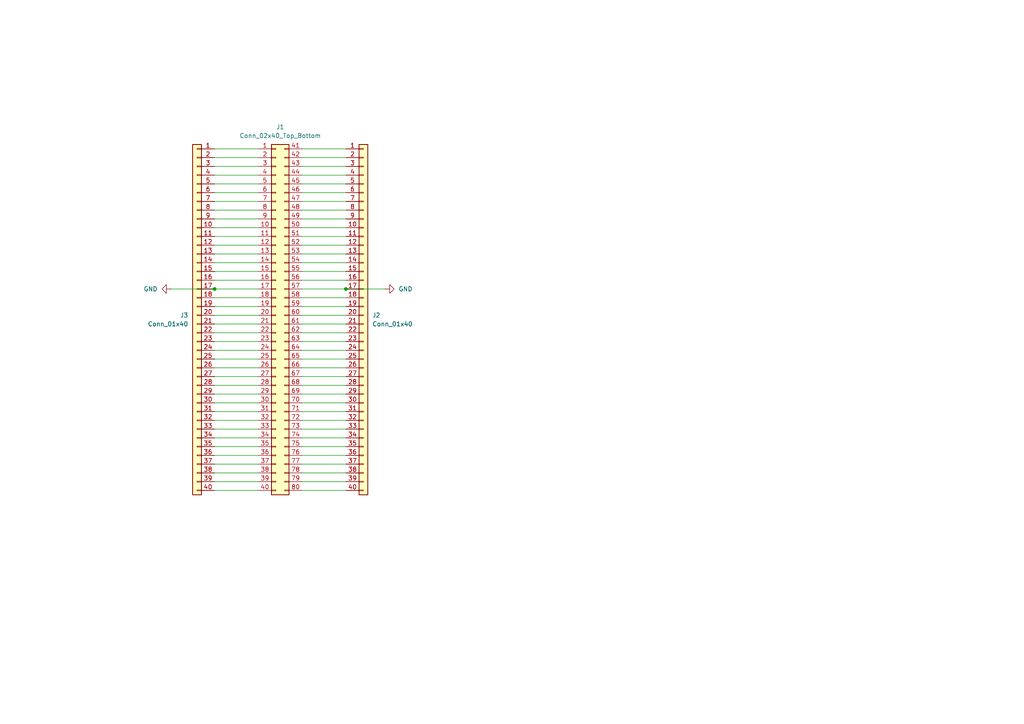
<source format=kicad_sch>
(kicad_sch (version 20250114) (generator "eeschema") (generator_version "9.0")
  (paper "A4")
  (lib_symbols
    (symbol "Connector_Generic:Conn_01x40" (pin_names (offset 1.016) (hide yes))
      (property "Reference" "J" (at 0 50.8 0))
      (property "Value" "Conn_01x40" (at 0 -53.34 0))
      (symbol "Conn_01x40_1_1"
        (rectangle (start -1.27 49.53) (end 1.27 -52.07) (stroke (width 0.254)) (fill (type background)))
        (rectangle (start -1.27 48.387) (end 0 48.133) (stroke (width 0.1524)))
        (rectangle (start -1.27 45.847) (end 0 45.593) (stroke (width 0.1524)))
        (rectangle (start -1.27 43.307) (end 0 43.053) (stroke (width 0.1524)))
        (rectangle (start -1.27 40.767) (end 0 40.513) (stroke (width 0.1524)))
        (rectangle (start -1.27 38.227) (end 0 37.973) (stroke (width 0.1524)))
        (rectangle (start -1.27 35.687) (end 0 35.433) (stroke (width 0.1524)))
        (rectangle (start -1.27 33.147) (end 0 32.893) (stroke (width 0.1524)))
        (rectangle (start -1.27 30.607) (end 0 30.353) (stroke (width 0.1524)))
        (rectangle (start -1.27 28.067) (end 0 27.813) (stroke (width 0.1524)))
        (rectangle (start -1.27 25.527) (end 0 25.273) (stroke (width 0.1524)))
        (rectangle (start -1.27 22.987) (end 0 22.733) (stroke (width 0.1524)))
        (rectangle (start -1.27 20.447) (end 0 20.193) (stroke (width 0.1524)))
        (rectangle (start -1.27 17.907) (end 0 17.653) (stroke (width 0.1524)))
        (rectangle (start -1.27 15.367) (end 0 15.113) (stroke (width 0.1524)))
        (rectangle (start -1.27 12.827) (end 0 12.573) (stroke (width 0.1524)))
        (rectangle (start -1.27 10.287) (end 0 10.033) (stroke (width 0.1524)))
        (rectangle (start -1.27 7.747) (end 0 7.493) (stroke (width 0.1524)))
        (rectangle (start -1.27 5.207) (end 0 4.953) (stroke (width 0.1524)))
        (rectangle (start -1.27 2.667) (end 0 2.413) (stroke (width 0.1524)))
        (rectangle (start -1.27 0.127) (end 0 -0.127) (stroke (width 0.1524)))
        (rectangle (start -1.27 -2.413) (end 0 -2.667) (stroke (width 0.1524)))
        (rectangle (start -1.27 -4.953) (end 0 -5.207) (stroke (width 0.1524)))
        (rectangle (start -1.27 -7.493) (end 0 -7.747) (stroke (width 0.1524)))
        (rectangle (start -1.27 -10.033) (end 0 -10.287) (stroke (width 0.1524)))
        (rectangle (start -1.27 -12.573) (end 0 -12.827) (stroke (width 0.1524)))
        (rectangle (start -1.27 -15.113) (end 0 -15.367) (stroke (width 0.1524)))
        (rectangle (start -1.27 -17.653) (end 0 -17.907) (stroke (width 0.1524)))
        (rectangle (start -1.27 -20.193) (end 0 -20.447) (stroke (width 0.1524)))
        (rectangle (start -1.27 -22.733) (end 0 -22.987) (stroke (width 0.1524)))
        (rectangle (start -1.27 -25.273) (end 0 -25.527) (stroke (width 0.1524)))
        (rectangle (start -1.27 -27.813) (end 0 -28.067) (stroke (width 0.1524)))
        (rectangle (start -1.27 -30.353) (end 0 -30.607) (stroke (width 0.1524)))
        (rectangle (start -1.27 -32.893) (end 0 -33.147) (stroke (width 0.1524)))
        (rectangle (start -1.27 -35.433) (end 0 -35.687) (stroke (width 0.1524)))
        (rectangle (start -1.27 -37.973) (end 0 -38.227) (stroke (width 0.1524)))
        (rectangle (start -1.27 -40.513) (end 0 -40.767) (stroke (width 0.1524)))
        (rectangle (start -1.27 -43.053) (end 0 -43.307) (stroke (width 0.1524)))
        (rectangle (start -1.27 -45.593) (end 0 -45.847) (stroke (width 0.1524)))
        (rectangle (start -1.27 -48.133) (end 0 -48.387) (stroke (width 0.1524)))
        (rectangle (start -1.27 -50.673) (end 0 -50.927) (stroke (width 0.1524)))
        (pin passive line (at -5.08 48.26 0) (length 3.81) (name "Pin_1") (number "1"))
        (pin passive line (at -5.08 45.72 0) (length 3.81) (name "Pin_2") (number "2"))
        (pin passive line (at -5.08 43.18 0) (length 3.81) (name "Pin_3") (number "3"))
        (pin passive line (at -5.08 40.64 0) (length 3.81) (name "Pin_4") (number "4"))
        (pin passive line (at -5.08 38.1 0) (length 3.81) (name "Pin_5") (number "5"))
        (pin passive line (at -5.08 35.56 0) (length 3.81) (name "Pin_6") (number "6"))
        (pin passive line (at -5.08 33.02 0) (length 3.81) (name "Pin_7") (number "7"))
        (pin passive line (at -5.08 30.48 0) (length 3.81) (name "Pin_8") (number "8"))
        (pin passive line (at -5.08 27.94 0) (length 3.81) (name "Pin_9") (number "9"))
        (pin passive line (at -5.08 25.4 0) (length 3.81) (name "Pin_10") (number "10"))
        (pin passive line (at -5.08 22.86 0) (length 3.81) (name "Pin_11") (number "11"))
        (pin passive line (at -5.08 20.32 0) (length 3.81) (name "Pin_12") (number "12"))
        (pin passive line (at -5.08 17.78 0) (length 3.81) (name "Pin_13") (number "13"))
        (pin passive line (at -5.08 15.24 0) (length 3.81) (name "Pin_14") (number "14"))
        (pin passive line (at -5.08 12.7 0) (length 3.81) (name "Pin_15") (number "15"))
        (pin passive line (at -5.08 10.16 0) (length 3.81) (name "Pin_16") (number "16"))
        (pin passive line (at -5.08 7.62 0) (length 3.81) (name "Pin_17") (number "17"))
        (pin passive line (at -5.08 5.08 0) (length 3.81) (name "Pin_18") (number "18"))
        (pin passive line (at -5.08 2.54 0) (length 3.81) (name "Pin_19") (number "19"))
        (pin passive line (at -5.08 0 0) (length 3.81) (name "Pin_20") (number "20"))
        (pin passive line (at -5.08 -2.54 0) (length 3.81) (name "Pin_21") (number "21"))
        (pin passive line (at -5.08 -5.08 0) (length 3.81) (name "Pin_22") (number "22"))
        (pin passive line (at -5.08 -7.62 0) (length 3.81) (name "Pin_23") (number "23"))
        (pin passive line (at -5.08 -10.16 0) (length 3.81) (name "Pin_24") (number "24"))
        (pin passive line (at -5.08 -12.7 0) (length 3.81) (name "Pin_25") (number "25"))
        (pin passive line (at -5.08 -15.24 0) (length 3.81) (name "Pin_26") (number "26"))
        (pin passive line (at -5.08 -17.78 0) (length 3.81) (name "Pin_27") (number "27"))
        (pin passive line (at -5.08 -20.32 0) (length 3.81) (name "Pin_28") (number "28"))
        (pin passive line (at -5.08 -22.86 0) (length 3.81) (name "Pin_29") (number "29"))
        (pin passive line (at -5.08 -25.4 0) (length 3.81) (name "Pin_30") (number "30"))
        (pin passive line (at -5.08 -27.94 0) (length 3.81) (name "Pin_31") (number "31"))
        (pin passive line (at -5.08 -30.48 0) (length 3.81) (name "Pin_32") (number "32"))
        (pin passive line (at -5.08 -33.02 0) (length 3.81) (name "Pin_33") (number "33"))
        (pin passive line (at -5.08 -35.56 0) (length 3.81) (name "Pin_34") (number "34"))
        (pin passive line (at -5.08 -38.1 0) (length 3.81) (name "Pin_35") (number "35"))
        (pin passive line (at -5.08 -40.64 0) (length 3.81) (name "Pin_36") (number "36"))
        (pin passive line (at -5.08 -43.18 0) (length 3.81) (name "Pin_37") (number "37"))
        (pin passive line (at -5.08 -45.72 0) (length 3.81) (name "Pin_38") (number "38"))
        (pin passive line (at -5.08 -48.26 0) (length 3.81) (name "Pin_39") (number "39"))
        (pin passive line (at -5.08 -50.8 0) (length 3.81) (name "Pin_40") (number "40"))
      )
    )
    (symbol "Connector_Generic:Conn_02x40_Top_Bottom" (pin_names (offset 1.016) (hide yes))
      (property "Reference" "J" (at 1.27 50.8 0))
      (property "Value" "Conn_02x40_Top_Bottom" (at 1.27 -53.34 0))
      (symbol "Conn_02x40_Top_Bottom_1_1"
        (rectangle (start -1.27 49.53) (end 3.81 -52.07) (stroke (width 0.254)) (fill (type background)))
        (rectangle (start -1.27 48.387) (end 0 48.133) (stroke (width 0.1524)))
        (rectangle (start -1.27 45.847) (end 0 45.593) (stroke (width 0.1524)))
        (rectangle (start -1.27 43.307) (end 0 43.053) (stroke (width 0.1524)))
        (rectangle (start -1.27 40.767) (end 0 40.513) (stroke (width 0.1524)))
        (rectangle (start -1.27 38.227) (end 0 37.973) (stroke (width 0.1524)))
        (rectangle (start -1.27 35.687) (end 0 35.433) (stroke (width 0.1524)))
        (rectangle (start -1.27 33.147) (end 0 32.893) (stroke (width 0.1524)))
        (rectangle (start -1.27 30.607) (end 0 30.353) (stroke (width 0.1524)))
        (rectangle (start -1.27 28.067) (end 0 27.813) (stroke (width 0.1524)))
        (rectangle (start -1.27 25.527) (end 0 25.273) (stroke (width 0.1524)))
        (rectangle (start -1.27 22.987) (end 0 22.733) (stroke (width 0.1524)))
        (rectangle (start -1.27 20.447) (end 0 20.193) (stroke (width 0.1524)))
        (rectangle (start -1.27 17.907) (end 0 17.653) (stroke (width 0.1524)))
        (rectangle (start -1.27 15.367) (end 0 15.113) (stroke (width 0.1524)))
        (rectangle (start -1.27 12.827) (end 0 12.573) (stroke (width 0.1524)))
        (rectangle (start -1.27 10.287) (end 0 10.033) (stroke (width 0.1524)))
        (rectangle (start -1.27 7.747) (end 0 7.493) (stroke (width 0.1524)))
        (rectangle (start -1.27 5.207) (end 0 4.953) (stroke (width 0.1524)))
        (rectangle (start -1.27 2.667) (end 0 2.413) (stroke (width 0.1524)))
        (rectangle (start -1.27 0.127) (end 0 -0.127) (stroke (width 0.1524)))
        (rectangle (start -1.27 -2.413) (end 0 -2.667) (stroke (width 0.1524)))
        (rectangle (start -1.27 -4.953) (end 0 -5.207) (stroke (width 0.1524)))
        (rectangle (start -1.27 -7.493) (end 0 -7.747) (stroke (width 0.1524)))
        (rectangle (start -1.27 -10.033) (end 0 -10.287) (stroke (width 0.1524)))
        (rectangle (start -1.27 -12.573) (end 0 -12.827) (stroke (width 0.1524)))
        (rectangle (start -1.27 -15.113) (end 0 -15.367) (stroke (width 0.1524)))
        (rectangle (start -1.27 -17.653) (end 0 -17.907) (stroke (width 0.1524)))
        (rectangle (start -1.27 -20.193) (end 0 -20.447) (stroke (width 0.1524)))
        (rectangle (start -1.27 -22.733) (end 0 -22.987) (stroke (width 0.1524)))
        (rectangle (start -1.27 -25.273) (end 0 -25.527) (stroke (width 0.1524)))
        (rectangle (start -1.27 -27.813) (end 0 -28.067) (stroke (width 0.1524)))
        (rectangle (start -1.27 -30.353) (end 0 -30.607) (stroke (width 0.1524)))
        (rectangle (start -1.27 -32.893) (end 0 -33.147) (stroke (width 0.1524)))
        (rectangle (start -1.27 -35.433) (end 0 -35.687) (stroke (width 0.1524)))
        (rectangle (start -1.27 -37.973) (end 0 -38.227) (stroke (width 0.1524)))
        (rectangle (start -1.27 -40.513) (end 0 -40.767) (stroke (width 0.1524)))
        (rectangle (start -1.27 -43.053) (end 0 -43.307) (stroke (width 0.1524)))
        (rectangle (start -1.27 -45.593) (end 0 -45.847) (stroke (width 0.1524)))
        (rectangle (start -1.27 -48.133) (end 0 -48.387) (stroke (width 0.1524)))
        (rectangle (start -1.27 -50.673) (end 0 -50.927) (stroke (width 0.1524)))
        (rectangle (start 3.81 48.387) (end 2.54 48.133) (stroke (width 0.1524)))
        (rectangle (start 3.81 45.847) (end 2.54 45.593) (stroke (width 0.1524)))
        (rectangle (start 3.81 43.307) (end 2.54 43.053) (stroke (width 0.1524)))
        (rectangle (start 3.81 40.767) (end 2.54 40.513) (stroke (width 0.1524)))
        (rectangle (start 3.81 38.227) (end 2.54 37.973) (stroke (width 0.1524)))
        (rectangle (start 3.81 35.687) (end 2.54 35.433) (stroke (width 0.1524)))
        (rectangle (start 3.81 33.147) (end 2.54 32.893) (stroke (width 0.1524)))
        (rectangle (start 3.81 30.607) (end 2.54 30.353) (stroke (width 0.1524)))
        (rectangle (start 3.81 28.067) (end 2.54 27.813) (stroke (width 0.1524)))
        (rectangle (start 3.81 25.527) (end 2.54 25.273) (stroke (width 0.1524)))
        (rectangle (start 3.81 22.987) (end 2.54 22.733) (stroke (width 0.1524)))
        (rectangle (start 3.81 20.447) (end 2.54 20.193) (stroke (width 0.1524)))
        (rectangle (start 3.81 17.907) (end 2.54 17.653) (stroke (width 0.1524)))
        (rectangle (start 3.81 15.367) (end 2.54 15.113) (stroke (width 0.1524)))
        (rectangle (start 3.81 12.827) (end 2.54 12.573) (stroke (width 0.1524)))
        (rectangle (start 3.81 10.287) (end 2.54 10.033) (stroke (width 0.1524)))
        (rectangle (start 3.81 7.747) (end 2.54 7.493) (stroke (width 0.1524)))
        (rectangle (start 3.81 5.207) (end 2.54 4.953) (stroke (width 0.1524)))
        (rectangle (start 3.81 2.667) (end 2.54 2.413) (stroke (width 0.1524)))
        (rectangle (start 3.81 0.127) (end 2.54 -0.127) (stroke (width 0.1524)))
        (rectangle (start 3.81 -2.413) (end 2.54 -2.667) (stroke (width 0.1524)))
        (rectangle (start 3.81 -4.953) (end 2.54 -5.207) (stroke (width 0.1524)))
        (rectangle (start 3.81 -7.493) (end 2.54 -7.747) (stroke (width 0.1524)))
        (rectangle (start 3.81 -10.033) (end 2.54 -10.287) (stroke (width 0.1524)))
        (rectangle (start 3.81 -12.573) (end 2.54 -12.827) (stroke (width 0.1524)))
        (rectangle (start 3.81 -15.113) (end 2.54 -15.367) (stroke (width 0.1524)))
        (rectangle (start 3.81 -17.653) (end 2.54 -17.907) (stroke (width 0.1524)))
        (rectangle (start 3.81 -20.193) (end 2.54 -20.447) (stroke (width 0.1524)))
        (rectangle (start 3.81 -22.733) (end 2.54 -22.987) (stroke (width 0.1524)))
        (rectangle (start 3.81 -25.273) (end 2.54 -25.527) (stroke (width 0.1524)))
        (rectangle (start 3.81 -27.813) (end 2.54 -28.067) (stroke (width 0.1524)))
        (rectangle (start 3.81 -30.353) (end 2.54 -30.607) (stroke (width 0.1524)))
        (rectangle (start 3.81 -32.893) (end 2.54 -33.147) (stroke (width 0.1524)))
        (rectangle (start 3.81 -35.433) (end 2.54 -35.687) (stroke (width 0.1524)))
        (rectangle (start 3.81 -37.973) (end 2.54 -38.227) (stroke (width 0.1524)))
        (rectangle (start 3.81 -40.513) (end 2.54 -40.767) (stroke (width 0.1524)))
        (rectangle (start 3.81 -43.053) (end 2.54 -43.307) (stroke (width 0.1524)))
        (rectangle (start 3.81 -45.593) (end 2.54 -45.847) (stroke (width 0.1524)))
        (rectangle (start 3.81 -48.133) (end 2.54 -48.387) (stroke (width 0.1524)))
        (rectangle (start 3.81 -50.673) (end 2.54 -50.927) (stroke (width 0.1524)))
        (pin passive line (at -5.08 48.26 0) (length 3.81) (name "Pin_1") (number "1"))
        (pin passive line (at -5.08 45.72 0) (length 3.81) (name "Pin_2") (number "2"))
        (pin passive line (at -5.08 43.18 0) (length 3.81) (name "Pin_3") (number "3"))
        (pin passive line (at -5.08 40.64 0) (length 3.81) (name "Pin_4") (number "4"))
        (pin passive line (at -5.08 38.1 0) (length 3.81) (name "Pin_5") (number "5"))
        (pin passive line (at -5.08 35.56 0) (length 3.81) (name "Pin_6") (number "6"))
        (pin passive line (at -5.08 33.02 0) (length 3.81) (name "Pin_7") (number "7"))
        (pin passive line (at -5.08 30.48 0) (length 3.81) (name "Pin_8") (number "8"))
        (pin passive line (at -5.08 27.94 0) (length 3.81) (name "Pin_9") (number "9"))
        (pin passive line (at -5.08 25.4 0) (length 3.81) (name "Pin_10") (number "10"))
        (pin passive line (at -5.08 22.86 0) (length 3.81) (name "Pin_11") (number "11"))
        (pin passive line (at -5.08 20.32 0) (length 3.81) (name "Pin_12") (number "12"))
        (pin passive line (at -5.08 17.78 0) (length 3.81) (name "Pin_13") (number "13"))
        (pin passive line (at -5.08 15.24 0) (length 3.81) (name "Pin_14") (number "14"))
        (pin passive line (at -5.08 12.7 0) (length 3.81) (name "Pin_15") (number "15"))
        (pin passive line (at -5.08 10.16 0) (length 3.81) (name "Pin_16") (number "16"))
        (pin passive line (at -5.08 7.62 0) (length 3.81) (name "Pin_17") (number "17"))
        (pin passive line (at -5.08 5.08 0) (length 3.81) (name "Pin_18") (number "18"))
        (pin passive line (at -5.08 2.54 0) (length 3.81) (name "Pin_19") (number "19"))
        (pin passive line (at -5.08 0 0) (length 3.81) (name "Pin_20") (number "20"))
        (pin passive line (at -5.08 -2.54 0) (length 3.81) (name "Pin_21") (number "21"))
        (pin passive line (at -5.08 -5.08 0) (length 3.81) (name "Pin_22") (number "22"))
        (pin passive line (at -5.08 -7.62 0) (length 3.81) (name "Pin_23") (number "23"))
        (pin passive line (at -5.08 -10.16 0) (length 3.81) (name "Pin_24") (number "24"))
        (pin passive line (at -5.08 -12.7 0) (length 3.81) (name "Pin_25") (number "25"))
        (pin passive line (at -5.08 -15.24 0) (length 3.81) (name "Pin_26") (number "26"))
        (pin passive line (at -5.08 -17.78 0) (length 3.81) (name "Pin_27") (number "27"))
        (pin passive line (at -5.08 -20.32 0) (length 3.81) (name "Pin_28") (number "28"))
        (pin passive line (at -5.08 -22.86 0) (length 3.81) (name "Pin_29") (number "29"))
        (pin passive line (at -5.08 -25.4 0) (length 3.81) (name "Pin_30") (number "30"))
        (pin passive line (at -5.08 -27.94 0) (length 3.81) (name "Pin_31") (number "31"))
        (pin passive line (at -5.08 -30.48 0) (length 3.81) (name "Pin_32") (number "32"))
        (pin passive line (at -5.08 -33.02 0) (length 3.81) (name "Pin_33") (number "33"))
        (pin passive line (at -5.08 -35.56 0) (length 3.81) (name "Pin_34") (number "34"))
        (pin passive line (at -5.08 -38.1 0) (length 3.81) (name "Pin_35") (number "35"))
        (pin passive line (at -5.08 -40.64 0) (length 3.81) (name "Pin_36") (number "36"))
        (pin passive line (at -5.08 -43.18 0) (length 3.81) (name "Pin_37") (number "37"))
        (pin passive line (at -5.08 -45.72 0) (length 3.81) (name "Pin_38") (number "38"))
        (pin passive line (at -5.08 -48.26 0) (length 3.81) (name "Pin_39") (number "39"))
        (pin passive line (at -5.08 -50.8 0) (length 3.81) (name "Pin_40") (number "40"))
        (pin passive line (at 7.62 48.26 180) (length 3.81) (name "Pin_41") (number "41"))
        (pin passive line (at 7.62 45.72 180) (length 3.81) (name "Pin_42") (number "42"))
        (pin passive line (at 7.62 43.18 180) (length 3.81) (name "Pin_43") (number "43"))
        (pin passive line (at 7.62 40.64 180) (length 3.81) (name "Pin_44") (number "44"))
        (pin passive line (at 7.62 38.1 180) (length 3.81) (name "Pin_45") (number "45"))
        (pin passive line (at 7.62 35.56 180) (length 3.81) (name "Pin_46") (number "46"))
        (pin passive line (at 7.62 33.02 180) (length 3.81) (name "Pin_47") (number "47"))
        (pin passive line (at 7.62 30.48 180) (length 3.81) (name "Pin_48") (number "48"))
        (pin passive line (at 7.62 27.94 180) (length 3.81) (name "Pin_49") (number "49"))
        (pin passive line (at 7.62 25.4 180) (length 3.81) (name "Pin_50") (number "50"))
        (pin passive line (at 7.62 22.86 180) (length 3.81) (name "Pin_51") (number "51"))
        (pin passive line (at 7.62 20.32 180) (length 3.81) (name "Pin_52") (number "52"))
        (pin passive line (at 7.62 17.78 180) (length 3.81) (name "Pin_53") (number "53"))
        (pin passive line (at 7.62 15.24 180) (length 3.81) (name "Pin_54") (number "54"))
        (pin passive line (at 7.62 12.7 180) (length 3.81) (name "Pin_55") (number "55"))
        (pin passive line (at 7.62 10.16 180) (length 3.81) (name "Pin_56") (number "56"))
        (pin passive line (at 7.62 7.62 180) (length 3.81) (name "Pin_57") (number "57"))
        (pin passive line (at 7.62 5.08 180) (length 3.81) (name "Pin_58") (number "58"))
        (pin passive line (at 7.62 2.54 180) (length 3.81) (name "Pin_59") (number "59"))
        (pin passive line (at 7.62 0 180) (length 3.81) (name "Pin_60") (number "60"))
        (pin passive line (at 7.62 -2.54 180) (length 3.81) (name "Pin_61") (number "61"))
        (pin passive line (at 7.62 -5.08 180) (length 3.81) (name "Pin_62") (number "62"))
        (pin passive line (at 7.62 -7.62 180) (length 3.81) (name "Pin_63") (number "63"))
        (pin passive line (at 7.62 -10.16 180) (length 3.81) (name "Pin_64") (number "64"))
        (pin passive line (at 7.62 -12.7 180) (length 3.81) (name "Pin_65") (number "65"))
        (pin passive line (at 7.62 -15.24 180) (length 3.81) (name "Pin_66") (number "66"))
        (pin passive line (at 7.62 -17.78 180) (length 3.81) (name "Pin_67") (number "67"))
        (pin passive line (at 7.62 -20.32 180) (length 3.81) (name "Pin_68") (number "68"))
        (pin passive line (at 7.62 -22.86 180) (length 3.81) (name "Pin_69") (number "69"))
        (pin passive line (at 7.62 -25.4 180) (length 3.81) (name "Pin_70") (number "70"))
        (pin passive line (at 7.62 -27.94 180) (length 3.81) (name "Pin_71") (number "71"))
        (pin passive line (at 7.62 -30.48 180) (length 3.81) (name "Pin_72") (number "72"))
        (pin passive line (at 7.62 -33.02 180) (length 3.81) (name "Pin_73") (number "73"))
        (pin passive line (at 7.62 -35.56 180) (length 3.81) (name "Pin_74") (number "74"))
        (pin passive line (at 7.62 -38.1 180) (length 3.81) (name "Pin_75") (number "75"))
        (pin passive line (at 7.62 -40.64 180) (length 3.81) (name "Pin_76") (number "76"))
        (pin passive line (at 7.62 -43.18 180) (length 3.81) (name "Pin_77") (number "77"))
        (pin passive line (at 7.62 -45.72 180) (length 3.81) (name "Pin_78") (number "78"))
        (pin passive line (at 7.62 -48.26 180) (length 3.81) (name "Pin_79") (number "79"))
        (pin passive line (at 7.62 -50.8 180) (length 3.81) (name "Pin_80") (number "80"))
      )
    )
    (symbol "power:GND" (power) (pin_numbers (hide yes)) (pin_names (offset 0) (hide yes))
      (property "Value" "GND" (at 0 -3.81 0))
      (symbol "GND_0_1"
        (polyline (pts (xy 0 0) (xy 0 -1.27) (xy 1.27 -1.27) (xy 0 -2.54) (xy -1.27 -1.27) (xy 0 -1.27)))
      )
      (symbol "GND_1_1"
        (pin power_in line (at 0 0 270) (length 0) (name "~") (number "1"))
      )
    )
  )
  (junction (at 100.33 83.82))
  (junction (at 62.23 83.82))
  (wire (pts (xy 87.63 116.84) (xy 100.33 116.84)))
  (wire (pts (xy 62.23 66.04) (xy 74.93 66.04)))
  (wire (pts (xy 87.63 45.72) (xy 100.33 45.72)))
  (wire (pts (xy 87.63 58.42) (xy 100.33 58.42)))
  (wire (pts (xy 87.63 132.08) (xy 100.33 132.08)))
  (wire (pts (xy 87.63 53.34) (xy 100.33 53.34)))
  (wire (pts (xy 62.23 119.38) (xy 74.93 119.38)))
  (wire (pts (xy 87.63 114.3) (xy 100.33 114.3)))
  (wire (pts (xy 62.23 132.08) (xy 74.93 132.08)))
  (wire (pts (xy 87.63 101.6) (xy 100.33 101.6)))
  (wire (pts (xy 87.63 68.58) (xy 100.33 68.58)))
  (wire (pts (xy 62.23 104.14) (xy 74.93 104.14)))
  (wire (pts (xy 62.23 137.16) (xy 74.93 137.16)))
  (wire (pts (xy 87.63 55.88) (xy 100.33 55.88)))
  (wire (pts (xy 62.23 48.26) (xy 74.93 48.26)))
  (wire (pts (xy 87.63 91.44) (xy 100.33 91.44)))
  (wire (pts (xy 87.63 111.76) (xy 100.33 111.76)))
  (wire (pts (xy 87.63 109.22) (xy 100.33 109.22)))
  (wire (pts (xy 62.23 83.82) (xy 74.93 83.82)))
  (wire (pts (xy 62.23 78.74) (xy 74.93 78.74)))
  (wire (pts (xy 62.23 129.54) (xy 74.93 129.54)))
  (wire (pts (xy 87.63 106.68) (xy 100.33 106.68)))
  (wire (pts (xy 62.23 43.18) (xy 74.93 43.18)))
  (wire (pts (xy 87.63 63.5) (xy 100.33 63.5)))
  (wire (pts (xy 87.63 121.92) (xy 100.33 121.92)))
  (wire (pts (xy 87.63 119.38) (xy 100.33 119.38)))
  (wire (pts (xy 87.63 134.62) (xy 100.33 134.62)))
  (wire (pts (xy 62.23 142.24) (xy 74.93 142.24)))
  (wire (pts (xy 87.63 83.82) (xy 100.33 83.82)))
  (wire (pts (xy 62.23 55.88) (xy 74.93 55.88)))
  (wire (pts (xy 62.23 76.2) (xy 74.93 76.2)))
  (wire (pts (xy 62.23 99.06) (xy 74.93 99.06)))
  (wire (pts (xy 62.23 88.9) (xy 74.93 88.9)))
  (wire (pts (xy 62.23 106.68) (xy 74.93 106.68)))
  (wire (pts (xy 87.63 96.52) (xy 100.33 96.52)))
  (wire (pts (xy 62.23 114.3) (xy 74.93 114.3)))
  (wire (pts (xy 87.63 137.16) (xy 100.33 137.16)))
  (wire (pts (xy 62.23 86.36) (xy 74.93 86.36)))
  (wire (pts (xy 87.63 81.28) (xy 100.33 81.28)))
  (wire (pts (xy 87.63 66.04) (xy 100.33 66.04)))
  (wire (pts (xy 62.23 124.46) (xy 74.93 124.46)))
  (wire (pts (xy 62.23 127) (xy 74.93 127)))
  (wire (pts (xy 87.63 127) (xy 100.33 127)))
  (wire (pts (xy 87.63 129.54) (xy 100.33 129.54)))
  (wire (pts (xy 62.23 50.8) (xy 74.93 50.8)))
  (wire (pts (xy 62.23 96.52) (xy 74.93 96.52)))
  (wire (pts (xy 87.63 43.18) (xy 100.33 43.18)))
  (wire (pts (xy 87.63 71.12) (xy 100.33 71.12)))
  (wire (pts (xy 62.23 139.7) (xy 74.93 139.7)))
  (wire (pts (xy 62.23 134.62) (xy 74.93 134.62)))
  (wire (pts (xy 62.23 68.58) (xy 74.93 68.58)))
  (wire (pts (xy 87.63 76.2) (xy 100.33 76.2)))
  (wire (pts (xy 87.63 88.9) (xy 100.33 88.9)))
  (wire (pts (xy 62.23 121.92) (xy 74.93 121.92)))
  (wire (pts (xy 62.23 81.28) (xy 74.93 81.28)))
  (wire (pts (xy 62.23 71.12) (xy 74.93 71.12)))
  (wire (pts (xy 87.63 50.8) (xy 100.33 50.8)))
  (wire (pts (xy 62.23 45.72) (xy 74.93 45.72)))
  (wire (pts (xy 87.63 99.06) (xy 100.33 99.06)))
  (wire (pts (xy 87.63 104.14) (xy 100.33 104.14)))
  (wire (pts (xy 62.23 93.98) (xy 74.93 93.98)))
  (wire (pts (xy 87.63 124.46) (xy 100.33 124.46)))
  (wire (pts (xy 87.63 142.24) (xy 100.33 142.24)))
  (wire (pts (xy 100.33 83.82) (xy 111.76 83.82)))
  (wire (pts (xy 49.53 83.82) (xy 62.23 83.82)))
  (wire (pts (xy 87.63 93.98) (xy 100.33 93.98)))
  (wire (pts (xy 87.63 73.66) (xy 100.33 73.66)))
  (wire (pts (xy 62.23 53.34) (xy 74.93 53.34)))
  (wire (pts (xy 62.23 73.66) (xy 74.93 73.66)))
  (wire (pts (xy 87.63 86.36) (xy 100.33 86.36)))
  (wire (pts (xy 62.23 101.6) (xy 74.93 101.6)))
  (wire (pts (xy 87.63 139.7) (xy 100.33 139.7)))
  (wire (pts (xy 87.63 60.96) (xy 100.33 60.96)))
  (wire (pts (xy 62.23 91.44) (xy 74.93 91.44)))
  (wire (pts (xy 62.23 116.84) (xy 74.93 116.84)))
  (wire (pts (xy 62.23 109.22) (xy 74.93 109.22)))
  (wire (pts (xy 62.23 111.76) (xy 74.93 111.76)))
  (wire (pts (xy 87.63 48.26) (xy 100.33 48.26)))
  (wire (pts (xy 87.63 78.74) (xy 100.33 78.74)))
  (wire (pts (xy 62.23 58.42) (xy 74.93 58.42)))
  (wire (pts (xy 62.23 60.96) (xy 74.93 60.96)))
  (wire (pts (xy 62.23 63.5) (xy 74.93 63.5)))
  (symbol (lib_id "Connector_Generic:Conn_02x40_Top_Bottom") (at 80.01 91.44 0) (unit 1)
    (property "Reference" "J1" (at 81.28 36.83 0))
    (property "Value" "Conn_02x40_Top_Bottom" (at 81.28 39.37 0))
    (property "Footprint" "Connector_PinSocket_2.00mm:PinSocket_2x40_P2.00mm_Vertical" (effects (hide yes)))
    (property "Description" "Generic connector, double row, 02x40, top/bottom pin numbering scheme (row 1: 1...pins_per_row, row2: pins_per_row+1 ... num_pins), script generated (kicad-library-utils/schlib/autogen/connector/)" (effects (hide yes)))
  )
  (symbol (lib_id "Connector_Generic:Conn_01x40") (at 105.41 91.44 0) (unit 1)
    (property "Reference" "J2" (at 107.95 91.4399 0) (effects (justify left)))
    (property "Value" "Conn_01x40" (at 107.95 93.9799 0) (effects (justify left)))
    (property "Footprint" "Connector_PinHeader_2.00mm:PinHeader_1x40_P2.00mm_Vertical" (effects (hide yes)))
    (property "Description" "Generic connector, single row, 01x40, script generated (kicad-library-utils/schlib/autogen/connector/)" (effects (hide yes)))
  )
  (symbol (lib_id "power:GND") (at 49.53 83.82 270) (unit 1)
    (property "Reference" "#PWR01" (effects (hide yes)))
    (property "Value" "GND" (at 45.72 83.8199 90) (effects (justify right)))
    (property "Description" "Power symbol creates a global label with name \"GND\" , ground" (effects (hide yes)))
  )
  (symbol (lib_id "power:GND") (at 111.76 83.82 90) (unit 1)
    (property "Reference" "#PWR02" (effects (hide yes)))
    (property "Value" "GND" (at 115.57 83.8199 90) (effects (justify right)))
    (property "Description" "Power symbol creates a global label with name \"GND\" , ground" (effects (hide yes)))
  )
  (symbol (lib_id "Connector_Generic:Conn_01x40") (at 57.15 91.44 0) (mirror y) (unit 1)
    (property "Reference" "J3" (at 54.61 91.4399 0) (effects (justify left)))
    (property "Value" "Conn_01x40" (at 54.61 93.9799 0) (effects (justify left)))
    (property "Footprint" "Connector_PinHeader_2.00mm:PinHeader_1x40_P2.00mm_Vertical" (effects (hide yes)))
    (property "Description" "Generic connector, single row, 01x40, script generated (kicad-library-utils/schlib/autogen/connector/)" (effects (hide yes)))
  )
)
</source>
